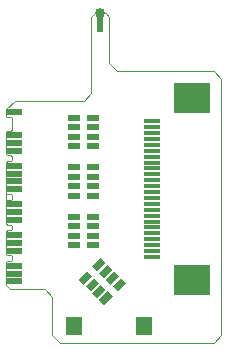
<source format=gts>
G04 EAGLE Gerber X2 export*
G75*
%MOMM*%
%FSLAX34Y34*%
%LPD*%
%AMOC8*
5,1,8,0,0,1.08239X$1,22.5*%
G01*
%ADD10C,0.000000*%
%ADD11R,1.000000X0.600000*%
%ADD12R,1.371600X1.625600*%
%ADD13R,1.400000X0.400000*%
%ADD14R,3.100000X2.600000*%
%ADD15R,1.451600X0.551600*%
%ADD16R,0.551600X1.451600*%
%ADD17R,0.600000X1.000000*%
%ADD18C,0.851600*%


D10*
X0Y-36000D02*
X3000Y-39000D01*
X32500Y-39000D01*
X39000Y-45500D01*
X39000Y-78000D01*
X45500Y-84500D01*
X175500Y-84500D01*
X182000Y-78000D01*
X182000Y139000D01*
X175500Y145500D01*
X93500Y145500D01*
X87000Y152000D01*
X87000Y191500D01*
X84000Y194500D01*
X75000Y194500D01*
X72000Y191500D01*
X72000Y127000D01*
X65500Y120500D01*
X7000Y120500D01*
X0Y113500D01*
X0Y107500D01*
X0Y94000D02*
X0Y75000D01*
X1000Y74000D01*
X4000Y74000D01*
X5000Y73000D01*
X5000Y70000D02*
X4000Y69000D01*
X1000Y69000D01*
X0Y68000D01*
X5000Y70000D02*
X5000Y73000D01*
X0Y68000D02*
X0Y42500D01*
X1000Y41500D01*
X4000Y41500D01*
X5000Y40500D01*
X5000Y37500D02*
X4000Y36500D01*
X1000Y36500D01*
X0Y35500D01*
X5000Y37500D02*
X5000Y40500D01*
X0Y42000D02*
X0Y35500D01*
X0Y16500D02*
X1000Y15500D01*
X4000Y15500D01*
X5000Y14500D01*
X5000Y11500D02*
X4000Y10500D01*
X1000Y10500D01*
X0Y9500D01*
X5000Y11500D02*
X5000Y14500D01*
X0Y-16500D02*
X0Y-36000D01*
X0Y-9500D02*
X0Y9500D01*
X0Y16500D02*
X0Y35500D01*
X0Y-9500D02*
X1000Y-10500D01*
X4000Y-10500D02*
X5000Y-11500D01*
X4000Y-10500D02*
X1000Y-10500D01*
X5000Y-11500D02*
X5000Y-14500D01*
X4000Y-15500D01*
X1000Y-15500D01*
X0Y-16500D01*
X1000Y106500D02*
X0Y107500D01*
X1000Y106500D02*
X4000Y106500D01*
X5000Y105500D01*
X5000Y96000D01*
X4000Y95000D01*
X1000Y95000D01*
X0Y94000D01*
D11*
X57000Y106000D03*
X57000Y98000D03*
X57000Y90000D03*
X57000Y82000D03*
X73000Y82000D03*
X73000Y90000D03*
X73000Y98000D03*
X73000Y106000D03*
X57000Y64000D03*
X57000Y56000D03*
X57000Y48000D03*
X57000Y40000D03*
X73000Y40000D03*
X73000Y48000D03*
X73000Y56000D03*
X73000Y64000D03*
X57000Y22000D03*
X57000Y14000D03*
X57000Y6000D03*
X57000Y-2000D03*
X73000Y-2000D03*
X73000Y6000D03*
X73000Y14000D03*
X73000Y22000D03*
D12*
X57000Y-70500D03*
X117000Y-70500D03*
D13*
X123500Y-12000D03*
X123500Y-7000D03*
X123500Y-2000D03*
X123500Y3000D03*
X123500Y8000D03*
X123500Y13000D03*
X123500Y18000D03*
X123500Y23000D03*
X123500Y28000D03*
X123500Y33000D03*
X123500Y38000D03*
X123500Y43000D03*
X123500Y48000D03*
X123500Y53000D03*
X123500Y58000D03*
X123500Y63000D03*
X123500Y68000D03*
X123500Y73000D03*
X123500Y78000D03*
X123500Y83000D03*
X123500Y88000D03*
X123500Y93000D03*
X123500Y98000D03*
X123500Y103000D03*
D14*
X157500Y-31400D03*
X157500Y122400D03*
D15*
X6500Y0D03*
X6500Y6500D03*
X6500Y19500D03*
X6500Y26000D03*
X6500Y32500D03*
X6500Y45500D03*
X6500Y52000D03*
X6500Y58500D03*
X6500Y65000D03*
X6500Y78000D03*
X6500Y84500D03*
X6500Y91000D03*
D16*
X79500Y185000D03*
D15*
X6500Y-6500D03*
X6500Y-19500D03*
X6500Y-26000D03*
X6500Y-32500D03*
D17*
G36*
X96996Y-29692D02*
X101238Y-33934D01*
X94168Y-41004D01*
X89926Y-36762D01*
X96996Y-29692D01*
G37*
G36*
X91339Y-24036D02*
X95581Y-28278D01*
X88511Y-35348D01*
X84269Y-31106D01*
X91339Y-24036D01*
G37*
G36*
X85682Y-18379D02*
X89924Y-22621D01*
X82854Y-29691D01*
X78612Y-25449D01*
X85682Y-18379D01*
G37*
G36*
X80026Y-12722D02*
X84268Y-16964D01*
X77198Y-24034D01*
X72956Y-19792D01*
X80026Y-12722D01*
G37*
G36*
X65884Y-35348D02*
X61642Y-31106D01*
X68712Y-24036D01*
X72954Y-28278D01*
X65884Y-35348D01*
G37*
G36*
X71541Y-41004D02*
X67299Y-36762D01*
X74369Y-29692D01*
X78611Y-33934D01*
X71541Y-41004D01*
G37*
G36*
X77198Y-46661D02*
X72956Y-42419D01*
X80026Y-35349D01*
X84268Y-39591D01*
X77198Y-46661D01*
G37*
G36*
X82854Y-52318D02*
X78612Y-48076D01*
X85682Y-41006D01*
X89924Y-45248D01*
X82854Y-52318D01*
G37*
D15*
X6500Y110500D03*
D18*
X79500Y194500D03*
M02*

</source>
